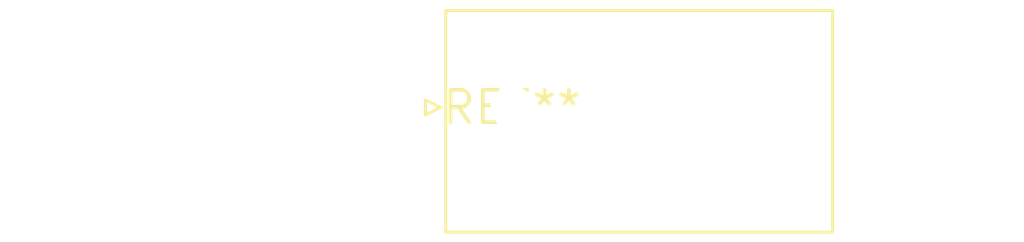
<source format=kicad_pcb>
(kicad_pcb (version 20240108) (generator pcbnew)
  (layers (0 "F.Cu" signal) (31 "B.Cu" signal) (34 "B.Paste" user) (35 "F.Paste" user) (36 "B.SilkS" user "B.Silkscreen") (37 "F.SilkS" user "F.Silkscreen") (38 "B.Mask" user) (39 "F.Mask" user) (44 "Edge.Cuts" user))
  (net 0 "")
  (footprint "JST_NV_B03P-NV_1x03_P5.00mm_Vertical" (layer "F.Cu") (at 0 0)
    (property "Reference" "REF**")
    (property "Value" "JST_NV_B03P-NV_1x03_P5.00mm_Vertical")
    (fp_line (start -3.41 -0.3) (end -2.81 0) (layer "F.SilkS") (stroke (width 0.12)))
    (fp_line (start -3.41 0.3) (end -3.41 -0.3) (layer "F.SilkS") (stroke (width 0.12)))
    (fp_line (start -2.81 0) (end -3.41 0.3) (layer "F.SilkS") (stroke (width 0.12)))
    (fp_line (start -2.61 -3.81) (end -2.61 4.91) (layer "F.SilkS") (stroke (width 0.12)))
    (fp_line (start -2.61 4.91) (end 12.61 4.91) (layer "F.SilkS") (stroke (width 0.12)))
    (fp_line (start 12.61 -3.81) (end -2.61 -3.81) (layer "F.SilkS") (stroke (width 0.12)))
    (fp_line (start 12.61 4.91) (end 12.61 -3.81) (layer "F.SilkS") (stroke (width 0.12)))
    (pad "1" thru_hole roundrect (at 0 0) (size 2.7 2.7) (drill 1.7) (layers *.Cu *.Mask) (remove_unused_layers) (roundrect_rratio 0.092593))
    (pad "2" thru_hole circle (at 5 0) (size 2.7 2.7) (drill 1.7) (layers *.Cu *.Mask) (remove_unused_layers))
    (pad "3" thru_hole circle (at 10 0) (size 2.7 2.7) (drill 1.7) (layers *.Cu *.Mask) (remove_unused_layers))
  )
)
</source>
